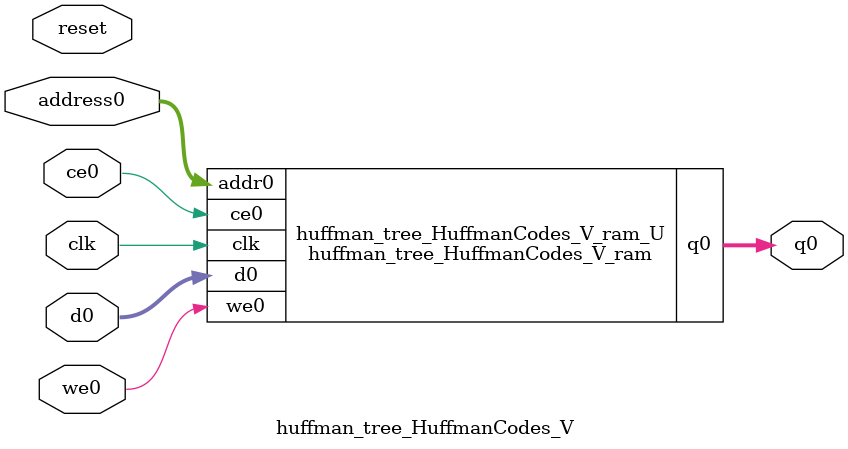
<source format=v>

`timescale 1 ns / 1 ps
module huffman_tree_HuffmanCodes_V_ram (addr0, ce0, d0, we0, q0,  clk);

parameter DWIDTH = 16;
parameter AWIDTH = 8;
parameter MEM_SIZE = 256;

input[AWIDTH-1:0] addr0;
input ce0;
input[DWIDTH-1:0] d0;
input we0;
output reg[DWIDTH-1:0] q0;
input clk;

(* ram_style = "block" *)reg [DWIDTH-1:0] ram[MEM_SIZE-1:0];




always @(posedge clk)  
begin 
    if (ce0) 
    begin
        if (we0) 
        begin 
            ram[addr0] <= d0; 
            q0 <= d0;
        end 
        else 
            q0 <= ram[addr0];
    end
end


endmodule


`timescale 1 ns / 1 ps
module huffman_tree_HuffmanCodes_V(
    reset,
    clk,
    address0,
    ce0,
    we0,
    d0,
    q0);

parameter DataWidth = 32'd16;
parameter AddressRange = 32'd256;
parameter AddressWidth = 32'd8;
input reset;
input clk;
input[AddressWidth - 1:0] address0;
input ce0;
input we0;
input[DataWidth - 1:0] d0;
output[DataWidth - 1:0] q0;



huffman_tree_HuffmanCodes_V_ram huffman_tree_HuffmanCodes_V_ram_U(
    .clk( clk ),
    .addr0( address0 ),
    .ce0( ce0 ),
    .d0( d0 ),
    .we0( we0 ),
    .q0( q0 ));

endmodule


</source>
